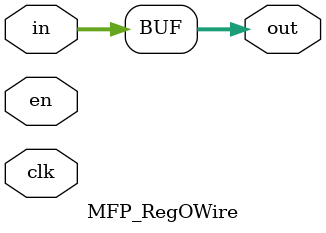
<source format=v>
`ifndef MFIXPOINT_BASIC_
`define MFIXPOINT_BASIC_

module MFP_Multi_Arr#( 
parameter 
In1W=4,
In2W=4,
ArrL=4,
OutW=In1W+In2W-1,
isFloor=1,
Saturate=0
)(input [In1W*ArrL-1:0]In1Arr,input [In2W*ArrL-1:0]In2Arr,output [OutW*ArrL-1:0]OutArr);

generate 
	genvar gi;
	for(gi=0;gi<ArrL;gi=gi+1 )begin:oparr
		MFP_Multi #(.In1W(In1W),.In2W(In2W),.OutW(OutW),.Saturate(Saturate),.isFloor(isFloor)) m0(
		In1Arr[gi*In1W+:In1W],In2Arr[gi*In2W+:In2W],OutArr[gi*OutW+:OutW]);
	end
endgenerate
endmodule


module MFP_Multi#( 
parameter 
In1W=4,
In2W=4,
OutW=In1W+In2W-1,
isFloor=1,
Saturate=0
)(In1,In2,Out);

input signed[In1W-1:0]In1;
input signed[In2W-1:0]In2;
output signed[OutW-1:0]Out;
localparam WSS=(In1W+In2W-1-OutW-2)/2;
localparam WSSK=(WSS<0)?0:WSS;

localparam modIn1W=In1W-WSSK;
localparam modIn2W=In2W-WSSK;

localparam modOutW=modIn1W+modIn2W-1;

wire signed[modIn1W-1:0]modIn1;
wire signed[modIn2W-1:0]modIn2;
MFP_Round#(.InW(In1W),.OutW(modIn1W),.isFloor(1),.Saturate(0)) rounI1(In1,modIn1);
MFP_Round#(.InW(In2W),.OutW(modIn2W),.isFloor(1),.Saturate(0)) rounI2(In2,modIn2);

wire signed[modOutW-1:0]Out_;
assign Out_ = modIn1*modIn2;
MFP_Round
#(.InW(modOutW),.OutW(OutW),.isFloor(isFloor),.Saturate(Saturate)) roun(Out_,Out);


endmodule
module MFP_Adder_Arr#( 
parameter 
ArrL=4,
In1W=16,//In1 must has bigger width than In2
In2W=In1W,
OutW=In1W,
unsignedAddIn2=0,//defult is In2 is also signed number
Saturate=0,
prescale1=1,//useful for substraction
prescale2=1
)(input [In1W*ArrL-1:0]In1Arr,input [In2W*ArrL-1:0]In2Arr,output [OutW*ArrL-1:0]OutArr);

generate 
	genvar gi;
	for(gi=0;gi<ArrL;gi=gi+1 )begin:oparr
		MFP_Adder #(.In1W(In1W),.In2W(In2W),.OutW(OutW),.Saturate(Saturate)) a0(
		prescale1*In1Arr[gi*In1W+:In1W],prescale2*In2Arr[gi*In2W+:In2W],OutArr[gi*OutW+:OutW]);
	end
endgenerate
endmodule
module MFP_Adder
#(parameter 
In1W=16,//In1 must has bigger width than In2
In2W=In1W,
OutW=In1W,
unsignedAddIn2=0,//by defult In2 is also signed number
Saturate=0
)
(
input signed[In1W-1:0] In1,
input signed[In2W-1:0] In2,
output signed[OutW-1:0] Out
);
	
	wire IsSameSign=!(In1[In1W-1]^(In2[In2W-1]&(!unsignedAddIn2)));//SS
	wire signed[OutW-1:0] TestAdd;//=In1+In2;
	wire IsSignChanged=(In1[In1W-1]^TestAdd[OutW-1]);//SC
	localparam maxPosOut=2**(OutW-1)-1;//3bit max pos number is 3(011)=>2^(3-1)-1=4-1
	//SS==1;SC==1 =>overflow
	//SS==1;SC==0 =>no overflow
	//SS==0;SC==x =>must no overflow
	
	generate
		if(unsignedAddIn2)begin
			wire [In2W-1:0] In2_=In2;
			assign TestAdd=In1+In2_;
		end
		else 
			assign TestAdd=In1+In2;
			if(Saturate==0)
				assign Out=TestAdd;
			else
				assign Out=((IsSignChanged&IsSameSign)|(TestAdd==-(maxPosOut+1)))?
				((In1[In1W-1])?-maxPosOut:maxPosOut)://overflowed do saturate
				(TestAdd);
	endgenerate
	
endmodule


module MFP_Round
       #(
           parameter
           InW = 16,
           OutW = 8,
				Saturate=0,
				isFloor=1
       )
       (input [InW-1:0] in,
        output [OutW-1:0] out);
/*
exp:
in :(4b) 1101
out:(3b) 110+1
110=in[4-1-:3]
1=in[4-3-1]

*/
generate

    if(OutW<InW)begin
			if(isFloor)
				assign out=in[InW-1-:OutW];
			else
				MFP_Adder #(.In1W(OutW),.In2W(1),.OutW(OutW),.unsignedAddIn2(1),.Saturate(Saturate)) aS(in[InW-1-:OutW],in[InW-OutW-1],out);
			
	 end
	 else
			assign out={in,{(OutW-InW){1'b0}}};
endgenerate


    endmodule
module MFP_RegOWire
#(
parameter
dataW=8,
levelIdx=0,
regInterval=0,
isWire=(regInterval==0)?1:(levelIdx%regInterval!=0)
)
(
input clk,en,
input [dataW-1:0]in,
output [dataW-1:0]out
    );
generate

		if(isWire)begin
		
			assign out=in;
		end else begin
			reg [dataW-1:0]in_reg;
			always@(posedge clk)if(en)begin
				in_reg<=in;
			end
			assign out=in_reg;
		end
endgenerate

endmodule


`endif
</source>
